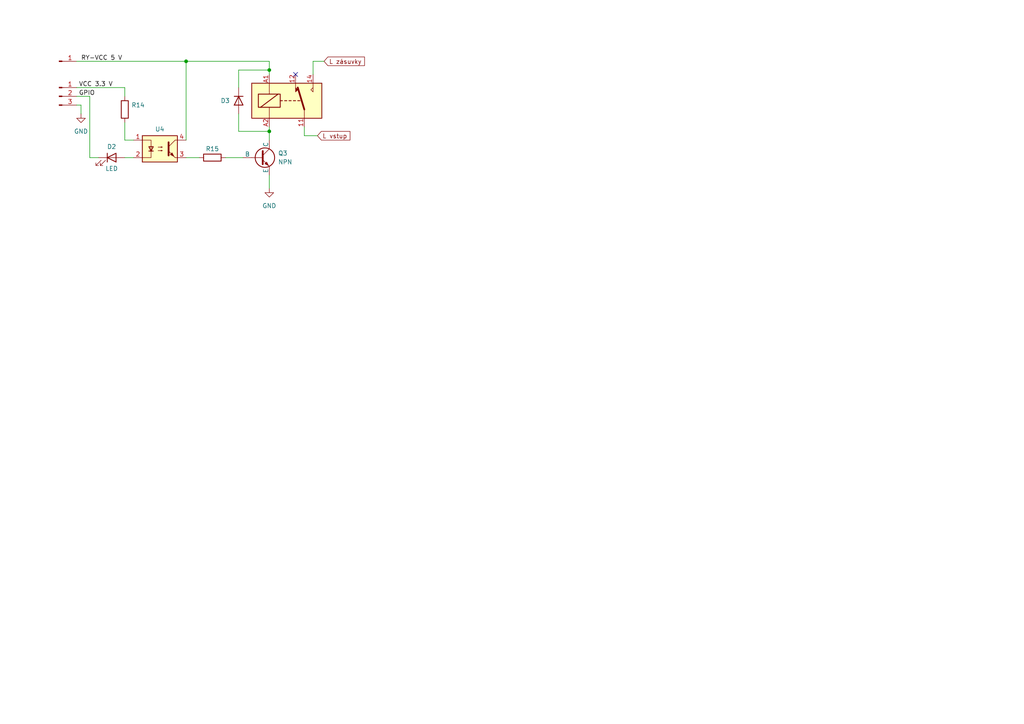
<source format=kicad_sch>
(kicad_sch (version 20230121) (generator eeschema)
  (paper "A4")
  (lib_symbols
    (symbol "Connector:Conn_01x01_Pin" (pin_names (offset 1.016) hide)
      (property "Reference" "J" (at 0 2.54 0))
      (property "Value" "Conn_01x01_Pin" (at 0 -2.54 0))
      (symbol "Conn_01x01_Pin_1_1"
        (polyline (pts (xy 1.27 0) (xy 0.8636 0)) (stroke (width 0.1524)))
        (rectangle (start 0.8636 0.127) (end 0 -0.127) (stroke (width 0.1524)) (fill (type outline)))
        (pin passive line (at 5.08 0 180) (length 3.81) (name "Pin_1") (number "1"))
      )
    )
    (symbol "Connector:Conn_01x03_Pin" (pin_names (offset 1.016) hide)
      (property "Reference" "J" (at 0 5.08 0))
      (property "Value" "Conn_01x03_Pin" (at 0 -5.08 0))
      (symbol "Conn_01x03_Pin_1_1"
        (polyline (pts (xy 1.27 -2.54) (xy 0.8636 -2.54)) (stroke (width 0.1524)))
        (polyline (pts (xy 1.27 0) (xy 0.8636 0)) (stroke (width 0.1524)))
        (polyline (pts (xy 1.27 2.54) (xy 0.8636 2.54)) (stroke (width 0.1524)))
        (rectangle (start 0.8636 -2.413) (end 0 -2.667) (stroke (width 0.1524)) (fill (type outline)))
        (rectangle (start 0.8636 0.127) (end 0 -0.127) (stroke (width 0.1524)) (fill (type outline)))
        (rectangle (start 0.8636 2.667) (end 0 2.413) (stroke (width 0.1524)) (fill (type outline)))
        (pin passive line (at 5.08 2.54 180) (length 3.81) (name "Pin_1") (number "1"))
        (pin passive line (at 5.08 0 180) (length 3.81) (name "Pin_2") (number "2"))
        (pin passive line (at 5.08 -2.54 180) (length 3.81) (name "Pin_3") (number "3"))
      )
    )
    (symbol "Device:LED" (pin_numbers hide) (pin_names (offset 1.016) hide)
      (property "Reference" "D" (at 0 2.54 0))
      (property "Value" "LED" (at 0 -2.54 0))
      (symbol "LED_0_1"
        (polyline (pts (xy -1.27 -1.27) (xy -1.27 1.27)) (stroke (width 0.254)))
        (polyline (pts (xy -1.27 0) (xy 1.27 0)))
        (polyline (pts (xy 1.27 -1.27) (xy 1.27 1.27) (xy -1.27 0) (xy 1.27 -1.27)) (stroke (width 0.254)))
        (polyline (pts (xy -3.048 -0.762) (xy -4.572 -2.286) (xy -3.81 -2.286) (xy -4.572 -2.286) (xy -4.572 -1.524)))
        (polyline (pts (xy -1.778 -0.762) (xy -3.302 -2.286) (xy -2.54 -2.286) (xy -3.302 -2.286) (xy -3.302 -1.524)))
      )
      (symbol "LED_1_1"
        (pin passive line (at -3.81 0 0) (length 2.54) (name "K") (number "1"))
        (pin passive line (at 3.81 0 180) (length 2.54) (name "A") (number "2"))
      )
    )
    (symbol "Device:R" (pin_numbers hide) (pin_names (offset 0))
      (property "Reference" "R" (at 2.032 0 90))
      (property "Value" "R" (at 0 0 90))
      (symbol "R_0_1"
        (rectangle (start -1.016 -2.54) (end 1.016 2.54) (stroke (width 0.254)))
      )
      (symbol "R_1_1"
        (pin passive line (at 0 3.81 270) (length 1.27) (name "~") (number "1"))
        (pin passive line (at 0 -3.81 90) (length 1.27) (name "~") (number "2"))
      )
    )
    (symbol "Diode:1N914" (pin_numbers hide) (pin_names hide)
      (property "Reference" "D" (at 0 2.54 0))
      (property "Value" "1N914" (at 0 -2.54 0))
      (symbol "1N914_0_1"
        (polyline (pts (xy -1.27 1.27) (xy -1.27 -1.27)) (stroke (width 0.254)))
        (polyline (pts (xy 1.27 0) (xy -1.27 0)))
        (polyline (pts (xy 1.27 1.27) (xy 1.27 -1.27) (xy -1.27 0) (xy 1.27 1.27)) (stroke (width 0.254)))
      )
      (symbol "1N914_1_1"
        (pin passive line (at -3.81 0 0) (length 2.54) (name "K") (number "1"))
        (pin passive line (at 3.81 0 180) (length 2.54) (name "A") (number "2"))
      )
    )
    (symbol "Isolator:PC817" (pin_names (offset 1.016))
      (property "Reference" "U" (at -5.08 5.08 0))
      (property "Value" "PC817" (at 0 5.08 0))
      (symbol "PC817_0_1"
        (rectangle (start -5.08 3.81) (end 5.08 -3.81) (stroke (width 0.254)) (fill (type background)))
        (polyline (pts (xy -3.175 -0.635) (xy -1.905 -0.635)) (stroke (width 0.254)))
        (polyline (pts (xy 2.54 0.635) (xy 4.445 2.54)))
        (polyline (pts (xy 4.445 -2.54) (xy 2.54 -0.635)) (fill (type outline)))
        (polyline (pts (xy 4.445 -2.54) (xy 5.08 -2.54)))
        (polyline (pts (xy 4.445 2.54) (xy 5.08 2.54)))
        (polyline (pts (xy -5.08 2.54) (xy -2.54 2.54) (xy -2.54 -0.635)))
        (polyline (pts (xy -2.54 -0.635) (xy -2.54 -2.54) (xy -5.08 -2.54)))
        (polyline (pts (xy 2.54 1.905) (xy 2.54 -1.905) (xy 2.54 -1.905)) (stroke (width 0.508)))
        (polyline (pts (xy -2.54 -0.635) (xy -3.175 0.635) (xy -1.905 0.635) (xy -2.54 -0.635)) (stroke (width 0.254)))
        (polyline (pts (xy -0.508 -0.508) (xy 0.762 -0.508) (xy 0.381 -0.635) (xy 0.381 -0.381) (xy 0.762 -0.508)))
        (polyline (pts (xy -0.508 0.508) (xy 0.762 0.508) (xy 0.381 0.381) (xy 0.381 0.635) (xy 0.762 0.508)))
        (polyline (pts (xy 3.048 -1.651) (xy 3.556 -1.143) (xy 4.064 -2.159) (xy 3.048 -1.651) (xy 3.048 -1.651)) (fill (type outline)))
      )
      (symbol "PC817_1_1"
        (pin passive line (at -7.62 2.54 0) (length 2.54) (name "~") (number "1"))
        (pin passive line (at -7.62 -2.54 0) (length 2.54) (name "~") (number "2"))
        (pin passive line (at 7.62 -2.54 180) (length 2.54) (name "~") (number "3"))
        (pin passive line (at 7.62 2.54 180) (length 2.54) (name "~") (number "4"))
      )
    )
    (symbol "Relay:Relay_SPDT"
      (property "Reference" "K" (at 11.43 3.81 0))
      (property "Value" "Relay_SPDT" (at 11.43 1.27 0))
      (symbol "Relay_SPDT_0_0"
        (polyline (pts (xy 7.62 5.08) (xy 7.62 2.54) (xy 6.985 3.175) (xy 7.62 3.81)))
      )
      (symbol "Relay_SPDT_0_1"
        (rectangle (start -10.16 5.08) (end 10.16 -5.08) (stroke (width 0.254)) (fill (type background)))
        (rectangle (start -8.255 1.905) (end -1.905 -1.905) (stroke (width 0.254)))
        (polyline (pts (xy -7.62 -1.905) (xy -2.54 1.905)) (stroke (width 0.254)))
        (polyline (pts (xy -5.08 -5.08) (xy -5.08 -1.905)))
        (polyline (pts (xy -5.08 5.08) (xy -5.08 1.905)))
        (polyline (pts (xy -1.905 0) (xy -1.27 0)) (stroke (width 0.254)))
        (polyline (pts (xy -0.635 0) (xy 0 0)) (stroke (width 0.254)))
        (polyline (pts (xy 0.635 0) (xy 1.27 0)) (stroke (width 0.254)))
        (polyline (pts (xy 1.905 0) (xy 2.54 0)) (stroke (width 0.254)))
        (polyline (pts (xy 3.175 0) (xy 3.81 0)) (stroke (width 0.254)))
        (polyline (pts (xy 5.08 -2.54) (xy 3.175 3.81)) (stroke (width 0.508)))
        (polyline (pts (xy 5.08 -2.54) (xy 5.08 -5.08)))
        (polyline (pts (xy 2.54 5.08) (xy 2.54 2.54) (xy 3.175 3.175) (xy 2.54 3.81)) (fill (type outline)))
      )
      (symbol "Relay_SPDT_1_1"
        (pin passive line (at 5.08 -7.62 90) (length 2.54) (name "~") (number "11"))
        (pin passive line (at 2.54 7.62 270) (length 2.54) (name "~") (number "12"))
        (pin passive line (at 7.62 7.62 270) (length 2.54) (name "~") (number "14"))
        (pin passive line (at -5.08 7.62 270) (length 2.54) (name "~") (number "A1"))
        (pin passive line (at -5.08 -7.62 90) (length 2.54) (name "~") (number "A2"))
      )
    )
    (symbol "Simulation_SPICE:NPN" (pin_numbers hide) (pin_names (offset 0))
      (property "Reference" "Q" (at -2.54 7.62 0))
      (property "Value" "NPN" (at -2.54 5.08 0))
      (symbol "NPN_0_1"
        (polyline (pts (xy -2.54 0) (xy 0.635 0)) (stroke (width 0.1524)))
        (polyline (pts (xy 0.635 0.635) (xy 2.54 2.54)))
        (polyline (pts (xy 2.794 -1.27) (xy 2.794 -1.27)) (stroke (width 0.1524)))
        (polyline (pts (xy 2.794 -1.27) (xy 2.794 -1.27)) (stroke (width 0.1524)))
        (polyline (pts (xy 0.635 -0.635) (xy 2.54 -2.54) (xy 2.54 -2.54)))
        (polyline (pts (xy 0.635 1.905) (xy 0.635 -1.905) (xy 0.635 -1.905)) (stroke (width 0.508)))
        (polyline (pts (xy 1.27 -1.778) (xy 1.778 -1.27) (xy 2.286 -2.286) (xy 1.27 -1.778) (xy 1.27 -1.778)) (fill (type outline)))
        (circle (center 1.27 0) (radius 2.8194) (stroke (width 0.254)))
      )
      (symbol "NPN_1_1"
        (pin open_collector line (at 2.54 5.08 270) (length 2.54) (name "C") (number "1"))
        (pin input line (at -5.08 0 0) (length 2.54) (name "B") (number "2"))
        (pin open_emitter line (at 2.54 -5.08 90) (length 2.54) (name "E") (number "3"))
      )
    )
    (symbol "power:GND" (power) (pin_names (offset 0))
      (property "Value" "GND" (at 0 -3.81 0))
      (symbol "GND_0_1"
        (polyline (pts (xy 0 0) (xy 0 -1.27) (xy 1.27 -1.27) (xy 0 -2.54) (xy -1.27 -1.27) (xy 0 -1.27)))
      )
      (symbol "GND_1_1"
        (pin power_in line (at 0 0 270) (length 0) hide (name "GND") (number "1"))
      )
    )
  )
  (junction (at 53.975 17.78))
  (junction (at 78.105 20.32))
  (junction (at 78.105 38.1))
  (no_connect (at 85.725 21.59))
  (wire (pts (xy 53.975 45.72) (xy 57.785 45.72)))
  (wire (pts (xy 36.195 35.56) (xy 36.195 40.64)))
  (wire (pts (xy 69.215 38.1) (xy 78.105 38.1)))
  (wire (pts (xy 78.105 38.1) (xy 78.105 40.64)))
  (wire (pts (xy 90.805 21.59) (xy 90.805 17.78)))
  (wire (pts (xy 90.805 17.78) (xy 93.98 17.78)))
  (wire (pts (xy 53.975 40.64) (xy 53.975 17.78)))
  (wire (pts (xy 23.495 30.48) (xy 23.495 33.02)))
  (wire (pts (xy 36.195 45.72) (xy 38.735 45.72)))
  (wire (pts (xy 88.265 39.37) (xy 92.075 39.37)))
  (wire (pts (xy 38.735 40.64) (xy 36.195 40.64)))
  (wire (pts (xy 78.105 21.59) (xy 78.105 20.32)))
  (wire (pts (xy 78.105 36.83) (xy 78.105 38.1)))
  (wire (pts (xy 26.035 27.94) (xy 26.035 45.72)))
  (wire (pts (xy 26.035 45.72) (xy 28.575 45.72)))
  (wire (pts (xy 22.225 17.78) (xy 53.975 17.78)))
  (wire (pts (xy 36.195 27.94) (xy 36.195 25.4)))
  (wire (pts (xy 78.105 50.8) (xy 78.105 54.61)))
  (wire (pts (xy 22.225 30.48) (xy 23.495 30.48)))
  (wire (pts (xy 22.225 27.94) (xy 26.035 27.94)))
  (wire (pts (xy 22.225 25.4) (xy 36.195 25.4)))
  (wire (pts (xy 78.105 17.78) (xy 78.105 20.32)))
  (wire (pts (xy 69.215 33.02) (xy 69.215 38.1)))
  (wire (pts (xy 88.265 36.83) (xy 88.265 39.37)))
  (wire (pts (xy 69.215 20.32) (xy 69.215 25.4)))
  (wire (pts (xy 53.975 17.78) (xy 78.105 17.78)))
  (wire (pts (xy 65.405 45.72) (xy 70.485 45.72)))
  (wire (pts (xy 69.215 20.32) (xy 78.105 20.32)))
  (label "VCC 3.3 V" (at 22.86 25.4 0))
  (label "GPIO" (at 22.86 27.94 0))
  (label "RY-VCC 5 V" (at 23.495 17.78 0))
  (global_label "L vstup" (shape input) (at 92.075 39.37 0) (property "Intersheetrefs" "${INTERSHEET_REFS}" (effects hide)))
  (global_label "L zásuvky" (shape input) (at 93.98 17.78 0) (property "Intersheetrefs" "${INTERSHEET_REFS}" (effects hide)))
  (symbol (lib_id "Connector:Conn_01x01_Pin") (at 17.145 17.78 0) (unit 1)
    (property "Reference" "J1" (effects hide))
    (property "Value" "Conn_01x01_Pin" (effects hide))
  )
  (symbol (lib_id "Relay:Relay_SPDT") (at 83.185 29.21 0) (unit 1)
    (property "Reference" "K1" (effects hide))
    (property "Value" "Relay_SPDT" (effects hide))
  )
  (symbol (lib_id "Isolator:PC817") (at 46.355 43.18 0) (unit 1)
    (property "Reference" "U4" (at 46.355 37.465 0))
    (property "Value" "PC817" (effects hide))
    (property "Footprint" "Package_DIP:DIP-4_W7.62mm" (effects hide))
    (property "Datasheet" "http://www.soselectronic.cz/a_info/resource/d/pc817.pdf" (effects hide))
  )
  (symbol (lib_id "Simulation_SPICE:NPN") (at 75.565 45.72 0) (unit 1)
    (property "Reference" "Q3" (at 80.645 44.45 0) (effects (justify left)))
    (property "Value" "NPN" (at 80.645 46.99 0) (effects (justify left)))
    (property "Datasheet" "https://ngspice.sourceforge.io/docs/ngspice-html-manual/manual.xhtml#cha_BJTs" (effects hide))
    (property "Sim.Device" "NPN" (effects hide))
    (property "Sim.Type" "GUMMELPOON" (effects hide))
    (property "Sim.Pins" "1=C 2=B 3=E" (effects hide))
  )
  (symbol (lib_id "Connector:Conn_01x03_Pin") (at 17.145 27.94 0) (unit 1)
    (property "Reference" "J2" (effects hide))
    (property "Value" "Conn_01x03_Pin" (effects hide))
  )
  (symbol (lib_id "power:GND") (at 23.495 33.02 0) (unit 1)
    (property "Reference" "#PWR022" (effects hide))
    (property "Value" "GND" (at 23.495 38.1 0))
  )
  (symbol (lib_id "Diode:1N914") (at 69.215 29.21 90) (mirror x) (unit 1)
    (property "Reference" "D3" (at 66.675 29.21 90) (effects (justify left)))
    (property "Value" "1N914" (effects hide))
    (property "Footprint" "Diode_THT:D_DO-35_SOD27_P7.62mm_Horizontal" (effects hide))
    (property "Datasheet" "http://www.vishay.com/docs/85622/1n914.pdf" (effects hide))
    (property "Sim.Device" "D" (effects hide))
    (property "Sim.Pins" "1=K 2=A" (effects hide))
  )
  (symbol (lib_id "Device:R") (at 36.195 31.75 0) (unit 1)
    (property "Reference" "R14" (at 38.1 30.48 0) (effects (justify left)))
    (property "Value" "R" (effects hide))
  )
  (symbol (lib_id "Device:LED") (at 32.385 45.72 0) (unit 1)
    (property "Reference" "D2" (at 32.385 42.545 0))
    (property "Value" "LED" (at 32.385 48.895 0))
  )
  (symbol (lib_id "Device:R") (at 61.595 45.72 90) (unit 1)
    (property "Reference" "R15" (at 61.595 43.18 90))
    (property "Value" "R" (effects hide))
  )
  (symbol (lib_id "power:GND") (at 78.105 54.61 0) (unit 1)
    (property "Reference" "#PWR023" (effects hide))
    (property "Value" "GND" (at 78.105 59.69 0))
  )
)
</source>
